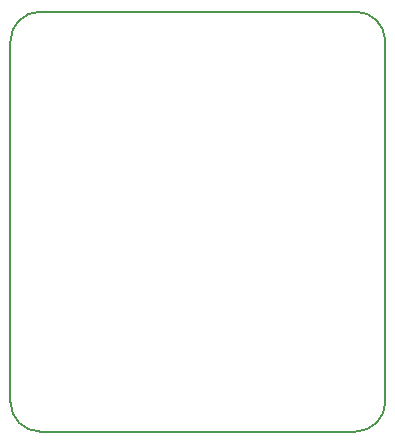
<source format=gko>
%TF.GenerationSoftware,KiCad,Pcbnew,4.0.5-e0-6337~49~ubuntu16.04.1*%
%TF.CreationDate,2017-08-14T13:45:05-07:00*%
%TF.ProjectId,atsamd21g18-jtag-stlinkv2-adapter,617473616D6432316731382D6A746167,1.0*%
%TF.FileFunction,Profile,NP*%
%FSLAX46Y46*%
G04 Gerber Fmt 4.6, Leading zero omitted, Abs format (unit mm)*
G04 Created by KiCad (PCBNEW 4.0.5-e0-6337~49~ubuntu16.04.1) date Mon Aug 14 13:45:05 2017*
%MOMM*%
%LPD*%
G01*
G04 APERTURE LIST*
%ADD10C,0.350000*%
%ADD11C,0.152400*%
G04 APERTURE END LIST*
D10*
D11*
X57404000Y-33375600D02*
X30734000Y-33375600D01*
X59944000Y-66395600D02*
X59944000Y-35915600D01*
X30734000Y-68935600D02*
X57404000Y-68935600D01*
X28194000Y-35915600D02*
X28194000Y-66395600D01*
X30734000Y-33375600D02*
G75*
G03X28194000Y-35915600I0J-2540000D01*
G01*
X28194000Y-66395600D02*
G75*
G03X30734000Y-68935600I2540000J0D01*
G01*
X57404000Y-68935600D02*
G75*
G03X59944000Y-66395600I0J2540000D01*
G01*
X59944000Y-35915600D02*
G75*
G03X57404000Y-33375600I-2540000J0D01*
G01*
M02*

</source>
